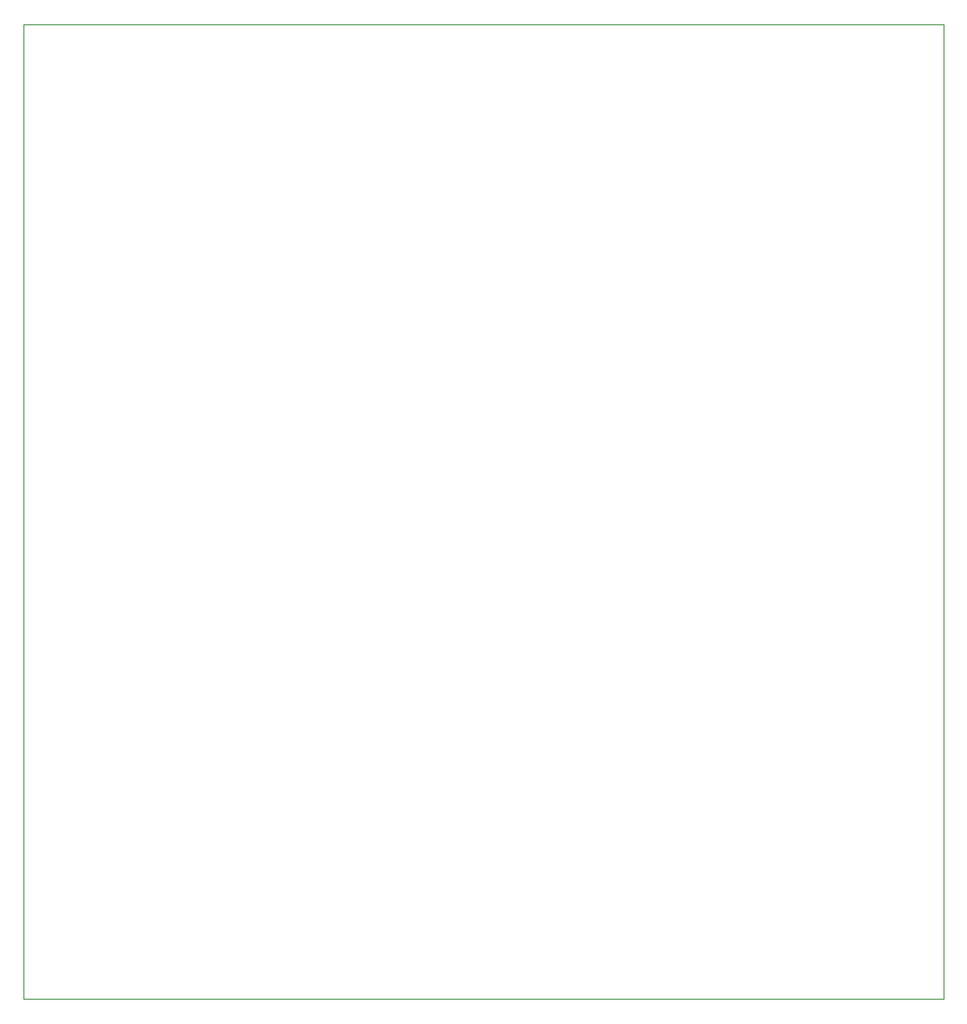
<source format=gm1>
G04 #@! TF.GenerationSoftware,KiCad,Pcbnew,(6.0.2)*
G04 #@! TF.CreationDate,2022-06-07T21:46:18+01:00*
G04 #@! TF.ProjectId,Pico_Handheld,5069636f-5f48-4616-9e64-68656c642e6b,rev?*
G04 #@! TF.SameCoordinates,Original*
G04 #@! TF.FileFunction,Profile,NP*
%FSLAX46Y46*%
G04 Gerber Fmt 4.6, Leading zero omitted, Abs format (unit mm)*
G04 Created by KiCad (PCBNEW (6.0.2)) date 2022-06-07 21:46:18*
%MOMM*%
%LPD*%
G01*
G04 APERTURE LIST*
G04 #@! TA.AperFunction,Profile*
%ADD10C,0.100000*%
G04 #@! TD*
G04 APERTURE END LIST*
D10*
X196850000Y-140970000D02*
X110490000Y-140970000D01*
X153670000Y-49530000D02*
X196850000Y-49530000D01*
X110490000Y-49530000D02*
X110490000Y-140970000D01*
X153670000Y-49530000D02*
X110490000Y-49530000D01*
X196850000Y-49530000D02*
X196850000Y-140970000D01*
M02*

</source>
